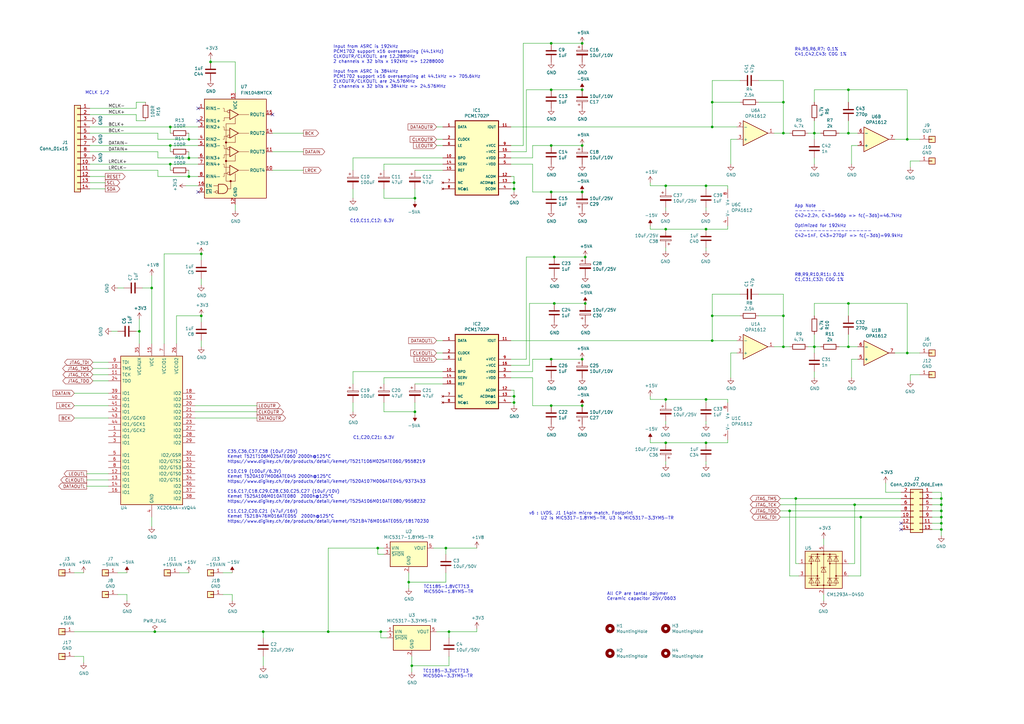
<source format=kicad_sch>
(kicad_sch (version 20250114) (generator "eeschema") (generator_version "9.0")
  (paper "A3")
  (title_block (title "DAC I2S NOS") (date "2025-09-21") (rev "V7"))
  (text "v6 : LVDS, J1 14pin micro match, Footprint\n     U2 is MIC5317-1.8YM5-TR, U3 is MIC5317-3.3YM5-TR" (at 216.916 213.36 0) (effects (font (size 1.27 1.27)) (justify left bottom)))
  (text "All CP are tantal polymer\nCeramic capacitor 25V/0603" (at 248.92 246.38 0) (effects (font (size 1.27 1.27)) (justify left bottom)))
  (text "C1,C20,C21: 6.3V" (at 144.78 180.34 0) (effects (font (size 1.27 1.27)) (justify left bottom)))
  (text "R8,R9,R10,R11: 0.1%\nC1,C31,C32: C0G 1%" (at 325.882 115.57 0) (effects (font (size 1.27 1.27)) (justify left bottom)))
  (text "C10,C11,C12: 6.3V" (at 143.51 91.44 0) (effects (font (size 1.27 1.27)) (justify left bottom)))
  (text "R4,R5,R6,R7: 0.1%\nC41,C42,C43: C0G 1%" (at 325.882 23.114 0) (effects (font (size 1.27 1.27)) (justify left bottom)))
  (text "TC1185-3.3VCT713\nMIC5504-3.3YM5-TR" (at 173.482 276.352 0) (effects (font (size 1.27 1.27)) (justify left)))
  (text "Input from ASRC is 192kHz\nPCM1702 support x16 oversampling (44.1kHz)\nCLKOUTR/CLKOUTL are 12.288MHz\n2 channels x 32 bits x 192kHz => 12288000\n\nInput from ASRC is 384kHz\nPCM1702 support x16 oversampling at 44.1kHz => 705.6kHz\nCLKOUTR/CLKOUTL are 24.576MHz\n2 channels x 32 bits x 384kHz => 24.576MHz" (at 136.652 36.322 0) (effects (font (size 1.27 1.27)) (justify left bottom)))
  (text "App Note\n--------\nC42=2.2n, C43=560p => fc(-3db)=46.7kHz\n\nOptimized for 192kHz\n--------------------\nC42=1nF, C43=270pF => fc(-3db)=99.9kHz" (at 325.882 90.678 0) (effects (font (size 1.27 1.27)) (justify left)))
  (text "MCLK 1/2" (at 39.878 38.1 0) (effects (font (size 1.27 1.27))))
  (text "C35,C36,C37,C38 (10uF/25V)\nKemet T521T106M025ATE060 2000h@125°C\nhttps://www.digikey.ch/de/products/detail/kemet/T521T106M025ATE060/9558219\n\nC10,C19 (100uF/6.3V)\nKemet T520A107M006ATE045 2000h@125°C\nhttps://www.digikey.ch/de/products/detail/kemet/T520A107M006ATE045/9373433\n\nC16,C17,C18,C29,C28,C30,C25,C27 (10uF/10V)\nKemet T525A106M010ATE080  2000h@125°C\nhttps://www.digikey.ch/de/products/detail/kemet/T525A106M010ATE080/9558232\n\nC11,C12,C20,C21 (47uF/16V)\nKemet T521B476M016ATE055  2000h@125°C\nhttps://www.digikey.ch/de/products/detail/kemet/T521B476M016ATE055/18170230\n" (at 93.218 199.644 0) (effects (font (size 1.27 1.27)) (justify left)))
  (text "TC1185-1.8VCT713\nMIC5504-1.8YM5-TR" (at 173.736 241.808 0) (effects (font (size 1.27 1.27)) (justify left)))
  (junction (at 372.11 57.15))
  (junction (at 289.56 76.2))
  (junction (at 386.08 209.55))
  (junction (at 372.11 144.78))
  (junction (at 226.06 59.69))
  (junction (at 69.85 59.69))
  (junction (at 273.05 181.61))
  (junction (at 273.05 76.2))
  (junction (at 154.94 224.79))
  (junction (at 386.08 217.17))
  (junction (at 210.82 74.93))
  (junction (at 107.95 259.08))
  (junction (at 347.98 36.83))
  (junction (at 227.33 124.46))
  (junction (at 226.06 36.83))
  (junction (at 238.76 36.83))
  (junction (at 334.01 54.61))
  (junction (at 321.31 142.24))
  (junction (at 210.82 165.1))
  (junction (at 69.85 67.31))
  (junction (at 240.03 124.46))
  (junction (at 77.47 57.15))
  (junction (at 210.82 162.56))
  (junction (at 226.06 147.32))
  (junction (at 69.85 52.07))
  (junction (at 184.15 259.08))
  (junction (at 347.98 124.46))
  (junction (at 238.76 166.37))
  (junction (at 170.18 168.91))
  (junction (at 292.1 129.54))
  (junction (at 240.03 105.41))
  (junction (at 386.08 212.09))
  (junction (at 321.31 54.61))
  (junction (at 386.08 207.01))
  (junction (at 334.01 142.24))
  (junction (at 238.76 78.74))
  (junction (at 168.91 273.05))
  (junction (at 82.55 104.14))
  (junction (at 238.76 17.78))
  (junction (at 326.39 204.47))
  (junction (at 134.62 259.08))
  (junction (at 238.76 59.69))
  (junction (at 82.55 129.54))
  (junction (at 273.05 93.98))
  (junction (at 226.06 166.37))
  (junction (at 156.21 259.08))
  (junction (at 170.18 81.28))
  (junction (at 386.08 204.47))
  (junction (at 386.08 214.63))
  (junction (at 77.47 64.77))
  (junction (at 57.15 135.89))
  (junction (at 62.23 118.11))
  (junction (at 227.33 105.41))
  (junction (at 292.1 139.7))
  (junction (at 350.52 207.01))
  (junction (at 273.05 163.83))
  (junction (at 167.64 238.76))
  (junction (at 238.76 147.32))
  (junction (at 353.06 212.09))
  (junction (at 226.06 78.74))
  (junction (at 321.31 129.54))
  (junction (at 86.36 25.4))
  (junction (at 292.1 41.91))
  (junction (at 182.88 224.79))
  (junction (at 289.56 93.98))
  (junction (at 63.5 259.08))
  (junction (at 77.47 72.39))
  (junction (at 210.82 77.47))
  (junction (at 292.1 52.07))
  (junction (at 321.31 41.91))
  (junction (at 289.56 181.61))
  (junction (at 289.56 163.83))
  (junction (at 323.85 209.55))
  (junction (at 347.98 142.24))
  (junction (at 226.06 17.78))
  (junction (at 347.98 54.61))
  (no_connect (at 369.57 217.17))
  (no_connect (at 81.28 78.74))
  (no_connect (at 81.28 44.45))
  (no_connect (at 111.76 46.99))
  (no_connect (at 81.28 49.53))
  (no_connect (at 369.57 214.63))
  (wire (pts (xy 30.48 161.29) (xy 44.45 161.29)))
  (wire (pts (xy 55.88 135.89) (xy 57.15 135.89)))
  (wire (pts (xy 334.01 144.78) (xy 334.01 142.24)))
  (wire (pts (xy 95.25 234.95) (xy 91.44 234.95)))
  (wire (pts (xy 157.48 69.85) (xy 157.48 67.31)))
  (wire (pts (xy 218.44 154.94) (xy 218.44 166.37)))
  (wire (pts (xy 382.27 214.63) (xy 386.08 214.63)))
  (wire (pts (xy 386.08 214.63) (xy 386.08 212.09)))
  (wire (pts (xy 363.22 201.93) (xy 363.22 198.12)))
  (wire (pts (xy 64.77 64.77) (xy 77.47 64.77)))
  (wire (pts (xy 184.15 261.62) (xy 184.15 259.08)))
  (wire (pts (xy 36.83 62.23) (xy 64.77 62.23)))
  (wire (pts (xy 34.29 234.95) (xy 30.48 234.95)))
  (wire (pts (xy 210.82 72.39) (xy 209.55 72.39)))
  (wire (pts (xy 34.29 271.78) (xy 34.29 269.24)))
  (wire (pts (xy 63.5 259.08) (xy 107.95 259.08)))
  (wire (pts (xy 214.63 17.78) (xy 214.63 59.69)))
  (wire (pts (xy 30.48 166.37) (xy 44.45 166.37)))
  (wire (pts (xy 170.18 168.91) (xy 170.18 165.1)))
  (wire (pts (xy 209.55 62.23) (xy 215.9 62.23)))
  (wire (pts (xy 210.82 160.02) (xy 209.55 160.02)))
  (wire (pts (xy 209.55 52.07) (xy 292.1 52.07)))
  (wire (pts (xy 111.76 62.23) (xy 124.46 62.23)))
  (wire (pts (xy 218.44 147.32) (xy 226.06 147.32)))
  (wire (pts (xy 336.55 54.61) (xy 334.01 54.61)))
  (wire (pts (xy 326.39 204.47) (xy 320.04 204.47)))
  (wire (pts (xy 210.82 77.47) (xy 210.82 74.93)))
  (wire (pts (xy 179.07 59.69) (xy 181.61 59.69)))
  (wire (pts (xy 157.48 67.31) (xy 181.61 67.31)))
  (wire (pts (xy 273.05 93.98) (xy 266.7 93.98)))
  (wire (pts (xy 334.01 57.15) (xy 334.01 54.61)))
  (wire (pts (xy 62.23 215.9) (xy 62.23 212.09)))
  (wire (pts (xy 62.23 113.03) (xy 62.23 118.11)))
  (wire (pts (xy 210.82 162.56) (xy 209.55 162.56)))
  (wire (pts (xy 214.63 17.78) (xy 226.06 17.78)))
  (wire (pts (xy 326.39 231.14) (xy 326.39 204.47)))
  (wire (pts (xy 167.64 241.3) (xy 167.64 238.76)))
  (wire (pts (xy 170.18 82.55) (xy 170.18 81.28)))
  (wire (pts (xy 209.55 149.86) (xy 217.17 149.86)))
  (wire (pts (xy 386.08 217.17) (xy 386.08 214.63)))
  (wire (pts (xy 218.44 59.69) (xy 226.06 59.69)))
  (wire (pts (xy 77.47 62.23) (xy 77.47 64.77)))
  (wire (pts (xy 210.82 165.1) (xy 210.82 162.56)))
  (wire (pts (xy 298.45 180.34) (xy 298.45 181.61)))
  (wire (pts (xy 386.08 201.93) (xy 382.27 201.93)))
  (wire (pts (xy 292.1 52.07) (xy 292.1 41.91)))
  (wire (pts (xy 273.05 76.2) (xy 266.7 76.2)))
  (wire (pts (xy 273.05 181.61) (xy 266.7 181.61)))
  (wire (pts (xy 386.08 209.55) (xy 386.08 207.01)))
  (wire (pts (xy 30.48 259.08) (xy 63.5 259.08)))
  (wire (pts (xy 44.45 156.21) (xy 38.1 156.21)))
  (wire (pts (xy 273.05 163.83) (xy 273.05 165.1)))
  (wire (pts (xy 336.55 142.24) (xy 334.01 142.24)))
  (wire (pts (xy 226.06 36.83) (xy 238.76 36.83)))
  (wire (pts (xy 298.45 92.71) (xy 298.45 93.98)))
  (wire (pts (xy 373.38 156.21) (xy 373.38 153.67)))
  (wire (pts (xy 321.31 41.91) (xy 321.31 33.02)))
  (wire (pts (xy 64.77 54.61) (xy 64.77 57.15)))
  (wire (pts (xy 299.72 67.31) (xy 299.72 57.15)))
  (wire (pts (xy 36.83 72.39) (xy 43.18 72.39)))
  (wire (pts (xy 382.27 207.01) (xy 386.08 207.01)))
  (wire (pts (xy 157.48 168.91) (xy 170.18 168.91)))
  (wire (pts (xy 289.56 86.36) (xy 289.56 85.09)))
  (wire (pts (xy 170.18 81.28) (xy 170.18 77.47)))
  (wire (pts (xy 62.23 118.11) (xy 62.23 140.97)))
  (wire (pts (xy 289.56 190.5) (xy 289.56 189.23)))
  (wire (pts (xy 214.63 59.69) (xy 209.55 59.69)))
  (wire (pts (xy 181.61 69.85) (xy 170.18 69.85)))
  (wire (pts (xy 347.98 137.16) (xy 347.98 142.24)))
  (wire (pts (xy 34.29 269.24) (xy 30.48 269.24)))
  (wire (pts (xy 77.47 54.61) (xy 77.47 57.15)))
  (wire (pts (xy 55.88 46.99) (xy 55.88 49.53)))
  (wire (pts (xy 372.11 36.83) (xy 372.11 57.15)))
  (wire (pts (xy 179.07 144.78) (xy 181.61 144.78)))
  (wire (pts (xy 302.26 139.7) (xy 292.1 139.7)))
  (wire (pts (xy 36.83 44.45) (xy 55.88 44.45)))
  (wire (pts (xy 320.04 212.09) (xy 353.06 212.09)))
  (wire (pts (xy 321.31 54.61) (xy 317.5 54.61)))
  (wire (pts (xy 35.56 196.85) (xy 44.45 196.85)))
  (wire (pts (xy 64.77 69.85) (xy 64.77 72.39)))
  (wire (pts (xy 69.85 59.69) (xy 69.85 62.23)))
  (wire (pts (xy 210.82 77.47) (xy 209.55 77.47)))
  (wire (pts (xy 64.77 57.15) (xy 77.47 57.15)))
  (wire (pts (xy 334.01 154.94) (xy 334.01 152.4)))
  (wire (pts (xy 181.61 152.4) (xy 144.78 152.4)))
  (wire (pts (xy 195.58 259.08) (xy 195.58 257.81)))
  (wire (pts (xy 77.47 57.15) (xy 81.28 57.15)))
  (wire (pts (xy 218.44 152.4) (xy 218.44 147.32)))
  (wire (pts (xy 179.07 259.08) (xy 184.15 259.08)))
  (wire (pts (xy 82.55 116.84) (xy 82.55 114.3)))
  (wire (pts (xy 77.47 234.95) (xy 73.66 234.95)))
  (wire (pts (xy 157.48 77.47) (xy 157.48 81.28)))
  (wire (pts (xy 209.55 64.77) (xy 218.44 64.77)))
  (wire (pts (xy 80.01 171.45) (xy 105.41 171.45)))
  (wire (pts (xy 321.31 41.91) (xy 321.31 54.61)))
  (wire (pts (xy 36.83 52.07) (xy 69.85 52.07)))
  (wire (pts (xy 156.21 261.62) (xy 156.21 259.08)))
  (wire (pts (xy 210.82 165.1) (xy 209.55 165.1)))
  (wire (pts (xy 353.06 212.09) (xy 369.57 212.09)))
  (wire (pts (xy 382.27 209.55) (xy 386.08 209.55)))
  (wire (pts (xy 58.42 118.11) (xy 62.23 118.11)))
  (wire (pts (xy 303.53 33.02) (xy 292.1 33.02)))
  (wire (pts (xy 168.91 273.05) (xy 168.91 269.24)))
  (wire (pts (xy 57.15 135.89) (xy 57.15 140.97)))
  (wire (pts (xy 77.47 69.85) (xy 77.47 72.39)))
  (wire (pts (xy 273.05 190.5) (xy 273.05 189.23)))
  (wire (pts (xy 167.64 238.76) (xy 182.88 238.76)))
  (wire (pts (xy 347.98 236.22) (xy 353.06 236.22)))
  (wire (pts (xy 36.83 54.61) (xy 64.77 54.61)))
  (wire (pts (xy 226.06 147.32) (xy 238.76 147.32)))
  (wire (pts (xy 303.53 120.65) (xy 292.1 120.65)))
  (wire (pts (xy 298.45 163.83) (xy 289.56 163.83)))
  (wire (pts (xy 347.98 41.91) (xy 347.98 36.83)))
  (wire (pts (xy 321.31 142.24) (xy 317.5 142.24)))
  (wire (pts (xy 334.01 41.91) (xy 334.01 36.83)))
  (wire (pts (xy 44.45 199.39) (xy 35.56 199.39)))
  (wire (pts (xy 347.98 36.83) (xy 372.11 36.83)))
  (wire (pts (xy 289.56 163.83) (xy 289.56 165.1)))
  (wire (pts (xy 64.77 62.23) (xy 64.77 64.77)))
  (wire (pts (xy 96.52 25.4) (xy 86.36 25.4)))
  (wire (pts (xy 334.01 54.61) (xy 331.47 54.61)))
  (wire (pts (xy 298.45 93.98) (xy 289.56 93.98)))
  (wire (pts (xy 350.52 231.14) (xy 350.52 207.01)))
  (wire (pts (xy 105.41 168.91) (xy 80.01 168.91)))
  (wire (pts (xy 86.36 24.13) (xy 86.36 25.4)))
  (wire (pts (xy 55.88 41.91) (xy 59.69 41.91)))
  (wire (pts (xy 77.47 64.77) (xy 81.28 64.77)))
  (wire (pts (xy 215.9 105.41) (xy 227.33 105.41)))
  (wire (pts (xy 69.85 52.07) (xy 81.28 52.07)))
  (wire (pts (xy 82.55 132.08) (xy 82.55 129.54)))
  (wire (pts (xy 35.56 194.31) (xy 44.45 194.31)))
  (wire (pts (xy 266.7 163.83) (xy 266.7 162.56)))
  (wire (pts (xy 154.94 224.79) (xy 157.48 224.79)))
  (wire (pts (xy 55.88 44.45) (xy 55.88 41.91)))
  (wire (pts (xy 227.33 105.41) (xy 240.03 105.41)))
  (wire (pts (xy 44.45 148.59) (xy 38.1 148.59)))
  (wire (pts (xy 36.83 74.93) (xy 43.18 74.93)))
  (wire (pts (xy 167.64 238.76) (xy 167.64 234.95)))
  (wire (pts (xy 299.72 57.15) (xy 302.26 57.15)))
  (wire (pts (xy 168.91 275.59) (xy 168.91 273.05)))
  (wire (pts (xy 96.52 83.82) (xy 96.52 86.36)))
  (wire (pts (xy 134.62 259.08) (xy 156.21 259.08)))
  (wire (pts (xy 347.98 54.61) (xy 344.17 54.61)))
  (wire (pts (xy 69.85 52.07) (xy 69.85 54.61)))
  (wire (pts (xy 69.85 67.31) (xy 81.28 67.31)))
  (wire (pts (xy 158.75 261.62) (xy 156.21 261.62)))
  (wire (pts (xy 311.15 41.91) (xy 321.31 41.91)))
  (wire (pts (xy 218.44 78.74) (xy 226.06 78.74)))
  (wire (pts (xy 144.78 168.91) (xy 144.78 165.1)))
  (wire (pts (xy 134.62 224.79) (xy 154.94 224.79)))
  (wire (pts (xy 323.85 236.22) (xy 323.85 209.55)))
  (wire (pts (xy 157.48 154.94) (xy 181.61 154.94)))
  (wire (pts (xy 209.55 147.32) (xy 215.9 147.32)))
  (wire (pts (xy 157.48 157.48) (xy 157.48 154.94)))
  (wire (pts (xy 64.77 72.39) (xy 77.47 72.39)))
  (wire (pts (xy 323.85 54.61) (xy 321.31 54.61)))
  (wire (pts (xy 44.45 153.67) (xy 38.1 153.67)))
  (wire (pts (xy 96.52 38.1) (xy 96.52 25.4)))
  (wire (pts (xy 144.78 64.77) (xy 144.78 69.85)))
  (wire (pts (xy 372.11 57.15) (xy 367.03 57.15)))
  (wire (pts (xy 226.06 166.37) (xy 238.76 166.37)))
  (wire (pts (xy 107.95 261.62) (xy 107.95 259.08)))
  (wire (pts (xy 80.01 166.37) (xy 105.41 166.37)))
  (wire (pts (xy 349.25 154.94) (xy 349.25 147.32)))
  (wire (pts (xy 292.1 33.02) (xy 292.1 41.91)))
  (wire (pts (xy 321.31 129.54) (xy 321.31 142.24)))
  (wire (pts (xy 179.07 52.07) (xy 181.61 52.07)))
  (wire (pts (xy 292.1 139.7) (xy 292.1 129.54)))
  (wire (pts (xy 292.1 129.54) (xy 303.53 129.54)))
  (wire (pts (xy 298.45 77.47) (xy 298.45 76.2)))
  (wire (pts (xy 36.83 59.69) (xy 69.85 59.69)))
  (wire (pts (xy 320.04 209.55) (xy 323.85 209.55)))
  (wire (pts (xy 218.44 166.37) (xy 226.06 166.37)))
  (wire (pts (xy 157.48 227.33) (xy 154.94 227.33)))
  (wire (pts (xy 327.66 236.22) (xy 323.85 236.22)))
  (wire (pts (xy 210.82 166.37) (xy 210.82 165.1)))
  (wire (pts (xy 386.08 204.47) (xy 386.08 201.93)))
  (wire (pts (xy 334.01 54.61) (xy 334.01 49.53)))
  (wire (pts (xy 95.25 243.84) (xy 91.44 243.84)))
  (wire (pts (xy 266.7 76.2) (xy 266.7 74.93)))
  (wire (pts (xy 323.85 209.55) (xy 369.57 209.55)))
  (wire (pts (xy 156.21 259.08) (xy 158.75 259.08)))
  (wire (pts (xy 347.98 142.24) (xy 344.17 142.24)))
  (wire (pts (xy 179.07 139.7) (xy 181.61 139.7)))
  (wire (pts (xy 48.26 135.89) (xy 45.72 135.89)))
  (wire (pts (xy 107.95 259.08) (xy 134.62 259.08)))
  (wire (pts (xy 82.55 129.54) (xy 72.39 129.54)))
  (wire (pts (xy 55.88 49.53) (xy 59.69 49.53)))
  (wire (pts (xy 226.06 78.74) (xy 238.76 78.74)))
  (wire (pts (xy 321.31 129.54) (xy 321.31 120.65)))
  (wire (pts (xy 184.15 273.05) (xy 184.15 269.24)))
  (wire (pts (xy 67.31 104.14) (xy 67.31 140.97)))
  (wire (pts (xy 179.07 57.15) (xy 181.61 57.15)))
  (wire (pts (xy 289.56 76.2) (xy 289.56 77.47)))
  (wire (pts (xy 289.56 163.83) (xy 273.05 163.83)))
  (wire (pts (xy 347.98 124.46) (xy 372.11 124.46)))
  (wire (pts (xy 334.01 36.83) (xy 347.98 36.83)))
  (wire (pts (xy 289.56 173.99) (xy 289.56 172.72)))
  (wire (pts (xy 334.01 124.46) (xy 347.98 124.46)))
  (wire (pts (xy 218.44 78.74) (xy 218.44 67.31)))
  (wire (pts (xy 386.08 219.71) (xy 386.08 217.17)))
  (wire (pts (xy 226.06 17.78) (xy 238.76 17.78)))
  (wire (pts (xy 289.56 181.61) (xy 273.05 181.61)))
  (wire (pts (xy 218.44 67.31) (xy 209.55 67.31)))
  (wire (pts (xy 334.01 67.31) (xy 334.01 64.77)))
  (wire (pts (xy 144.78 152.4) (xy 144.78 157.48)))
  (wire (pts (xy 52.07 243.84) (xy 48.26 243.84)))
  (wire (pts (xy 170.18 170.18) (xy 170.18 168.91)))
  (wire (pts (xy 134.62 224.79) (xy 134.62 259.08)))
  (wire (pts (xy 52.07 246.38) (xy 52.07 243.84)))
  (wire (pts (xy 327.66 231.14) (xy 326.39 231.14)))
  (wire (pts (xy 299.72 144.78) (xy 302.26 144.78)))
  (wire (pts (xy 349.25 67.31) (xy 349.25 59.69)))
  (wire (pts (xy 36.83 67.31) (xy 69.85 67.31)))
  (wire (pts (xy 321.31 120.65) (xy 311.15 120.65)))
  (wire (pts (xy 182.88 224.79) (xy 195.58 224.79)))
  (wire (pts (xy 334.01 142.24) (xy 334.01 137.16)))
  (wire (pts (xy 321.31 33.02) (xy 311.15 33.02)))
  (wire (pts (xy 289.56 93.98) (xy 273.05 93.98)))
  (wire (pts (xy 52.07 234.95) (xy 48.26 234.95)))
  (wire (pts (xy 298.45 181.61) (xy 289.56 181.61)))
  (wire (pts (xy 273.05 86.36) (xy 273.05 85.09)))
  (wire (pts (xy 154.94 227.33) (xy 154.94 224.79)))
  (wire (pts (xy 349.25 147.32) (xy 351.79 147.32)))
  (wire (pts (xy 227.33 124.46) (xy 240.03 124.46)))
  (wire (pts (xy 298.45 76.2) (xy 289.56 76.2)))
  (wire (pts (xy 217.17 149.86) (xy 217.17 124.46)))
  (wire (pts (xy 350.52 207.01) (xy 369.57 207.01)))
  (wire (pts (xy 382.27 212.09) (xy 386.08 212.09)))
  (wire (pts (xy 372.11 144.78) (xy 367.03 144.78)))
  (wire (pts (xy 372.11 124.46) (xy 372.11 144.78)))
  (wire (pts (xy 144.78 81.28) (xy 144.78 77.47)))
  (wire (pts (xy 82.55 142.24) (xy 82.55 139.7)))
  (wire (pts (xy 179.07 147.32) (xy 181.61 147.32)))
  (wire (pts (xy 184.15 259.08) (xy 195.58 259.08)))
  (wire (pts (xy 334.01 142.24) (xy 331.47 142.24)))
  (wire (pts (xy 209.55 152.4) (xy 218.44 152.4)))
  (wire (pts (xy 210.82 162.56) (xy 210.82 160.02)))
  (wire (pts (xy 182.88 238.76) (xy 182.88 234.95)))
  (wire (pts (xy 111.76 54.61) (xy 124.46 54.61)))
  (wire (pts (xy 82.55 104.14) (xy 67.31 104.14)))
  (wire (pts (xy 351.79 54.61) (xy 347.98 54.61)))
  (wire (pts (xy 76.2 76.2) (xy 81.28 76.2)))
  (wire (pts (xy 273.05 102.87) (xy 273.05 101.6)))
  (wire (pts (xy 36.83 77.47) (xy 43.18 77.47)))
  (wire (pts (xy 157.48 165.1) (xy 157.48 168.91)))
  (wire (pts (xy 320.04 207.01) (xy 350.52 207.01)))
  (wire (pts (xy 347.98 129.54) (xy 347.98 124.46)))
  (wire (pts (xy 302.26 52.07) (xy 292.1 52.07)))
  (wire (pts (xy 210.82 78.74) (xy 210.82 77.47)))
  (wire (pts (xy 107.95 273.05) (xy 107.95 269.24)))
  (wire (pts (xy 77.47 72.39) (xy 81.28 72.39)))
  (wire (pts (xy 215.9 62.23) (xy 215.9 36.83)))
  (wire (pts (xy 289.56 76.2) (xy 273.05 76.2)))
  (wire (pts (xy 111.76 69.85) (xy 124.46 69.85)))
  (wire (pts (xy 373.38 68.58) (xy 373.38 66.04)))
  (wire (pts (xy 168.91 273.05) (xy 184.15 273.05)))
  (wire (pts (xy 337.82 246.38) (xy 337.82 243.84)))
  (wire (pts (xy 369.57 201.93) (xy 363.22 201.93)))
  (wire (pts (xy 382.27 204.47) (xy 386.08 204.47)))
  (wire (pts (xy 218.44 64.77) (xy 218.44 59.69)))
  (wire (pts (xy 69.85 59.69) (xy 81.28 59.69)))
  (wire (pts (xy 273.05 173.99) (xy 273.05 172.72)))
  (wire (pts (xy 369.57 204.47) (xy 326.39 204.47)))
  (wire (pts (xy 377.19 144.78) (xy 372.11 144.78)))
  (wire (pts (xy 292.1 41.91) (xy 303.53 41.91)))
  (wire (pts (xy 289.56 102.87) (xy 289.56 101.6)))
  (wire (pts (xy 311.15 129.54) (xy 321.31 129.54)))
  (wire (pts (xy 273.05 76.2) (xy 273.05 77.47)))
  (wire (pts (xy 347.98 49.53) (xy 347.98 54.61)))
  (wire (pts (xy 181.61 64.77) (xy 144.78 64.77)))
  (wire (pts (xy 266.7 93.98) (xy 266.7 92.71)))
  (wire (pts (xy 373.38 153.67) (xy 377.19 153.67)))
  (wire (pts (xy 157.48 81.28) (xy 170.18 81.28)))
  (wire (pts (xy 382.27 217.17) (xy 386.08 217.17)))
  (wire (pts (xy 217.17 124.46) (xy 227.33 124.46)))
  (wire (pts (xy 226.06 59.69) (xy 238.76 59.69)))
  (wire (pts (xy 292.1 120.65) (xy 292.1 129.54)))
  (wire (pts (xy 353.06 236.22) (xy 353.06 212.09)))
  (wire (pts (xy 377.19 57.15) (xy 372.11 57.15)))
  (wire (pts (xy 95.25 246.38) (xy 95.25 243.84)))
  (wire (pts (xy 209.55 154.94) (xy 218.44 154.94)))
  (wire (pts (xy 347.98 231.14) (xy 350.52 231.14)))
  (wire (pts (xy 386.08 212.09) (xy 386.08 209.55)))
  (wire (pts (xy 351.79 142.24) (xy 347.98 142.24)))
  (wire (pts (xy 57.15 130.81) (xy 57.15 135.89)))
  (wire (pts (xy 386.08 207.01) (xy 386.08 204.47)))
  (wire (pts (xy 44.45 151.13) (xy 38.1 151.13)))
  (wire (pts (xy 273.05 163.83) (xy 266.7 163.83)))
  (wire (pts (xy 182.88 227.33) (xy 182.88 224.79)))
  (wire (pts (xy 50.8 118.11) (xy 48.26 118.11)))
  (wire (pts (xy 334.01 129.54) (xy 334.01 124.46)))
  (wire (pts (xy 215.9 147.32) (xy 215.9 105.41)))
  (wire (pts (xy 299.72 154.94) (xy 299.72 144.78)))
  (wire (pts (xy 177.8 224.79) (xy 182.88 224.79)))
  (wire (pts (xy 337.82 223.52) (xy 337.82 220.98)))
  (wire (pts (xy 36.83 46.99) (xy 55.88 46.99)))
  (wire (pts (xy 373.38 66.04) (xy 377.19 66.04)))
  (wire (pts (xy 266.7 181.61) (xy 266.7 180.34)))
  (wire (pts (xy 82.55 106.68) (xy 82.55 104.14)))
  (wire (pts (xy 210.82 74.93) (xy 209.55 74.93)))
  (wire (pts (xy 36.83 69.85) (xy 64.77 69.85)))
  (wire (pts (xy 69.85 67.31) (xy 69.85 69.85)))
  (wire (pts (xy 210.82 74.93) (xy 210.82 72.39)))
  (wire (pts (xy 72.39 129.54) (xy 72.39 140.97)))
  (wire (pts (xy 298.45 165.1) (xy 298.45 163.83)))
  (wire (pts (xy 323.85 142.24) (xy 321.31 142.24)))
  (wire (pts (xy 349.25 59.69) (xy 351.79 59.69)))
  (wire (pts (xy 30.48 171.45) (xy 44.45 171.45)))
  (wire (pts (xy 215.9 36.83) (xy 226.06 36.83)))
  (wire (pts (xy 181.61 157.48) (xy 170.18 157.48)))
  (wire (pts (xy 209.55 139.7) (xy 292.1 139.7)))
  (label "MCLK-" (at 44.45 44.45 0))
  (label "DATAIN-" (at 44.45 59.69 0))
  (label "BCLK-" (at 44.45 54.61 0))
  (label "MCLK+" (at 44.45 46.99 0))
  (label "LRCLK-" (at 44.45 69.85 0))
  (label "DATAIN+" (at 44.45 62.23 0))
  (label "BCLK+" (at 44.45 52.07 0))
  (label "LRCLK+" (at 44.45 67.31 0))
  (global_label "LEOUTR" (shape input) (at 179.07 59.69 180) (property "Intersheetrefs" "${INTERSHEET_REFS}" (effects (hide yes))))
  (global_label "DATAOUTL" (shape output) (at 35.56 199.39 180) (property "Intersheetrefs" "${INTERSHEET_REFS}" (effects (hide yes))))
  (global_label "BCK" (shape output) (at 124.46 54.61 0) (property "Intersheetrefs" "${INTERSHEET_REFS}" (effects (hide yes))))
  (global_label "CLKOUTR" (shape output) (at 105.41 168.91 0) (property "Intersheetrefs" "${INTERSHEET_REFS}" (effects (hide yes))))
  (global_label "DATAIN" (shape output) (at 124.46 62.23 0) (property "Intersheetrefs" "${INTERSHEET_REFS}" (effects (hide yes))))
  (global_label "LEOUTR" (shape output) (at 105.41 166.37 0) (property "Intersheetrefs" "${INTERSHEET_REFS}" (effects (hide yes))))
  (global_label "CLKOUTL" (shape input) (at 179.07 144.78 180) (property "Intersheetrefs" "${INTERSHEET_REFS}" (effects (hide yes))))
  (global_label "CLKOUTL" (shape output) (at 35.56 196.85 180) (property "Intersheetrefs" "${INTERSHEET_REFS}" (effects (hide yes))))
  (global_label "JTAG_TDI" (shape bidirectional) (at 320.04 212.09 180) (property "Intersheetrefs" "${INTERSHEET_REFS}" (effects (hide yes))))
  (global_label "DATAOUTR" (shape input) (at 179.07 52.07 180) (property "Intersheetrefs" "${INTERSHEET_REFS}" (effects (hide yes))))
  (global_label "SDA" (shape output) (at 43.18 77.47 0) (property "Intersheetrefs" "${INTERSHEET_REFS}" (effects (hide yes))))
  (global_label "LEOUTL" (shape input) (at 179.07 147.32 180) (property "Intersheetrefs" "${INTERSHEET_REFS}" (effects (hide yes))))
  (global_label "LRCK" (shape output) (at 124.46 69.85 0) (property "Intersheetrefs" "${INTERSHEET_REFS}" (effects (hide yes))))
  (global_label "JTAG_TMS" (shape bidirectional) (at 320.04 204.47 180) (property "Intersheetrefs" "${INTERSHEET_REFS}" (effects (hide yes))))
  (global_label "RESET" (shape output) (at 43.18 72.39 0) (property "Intersheetrefs" "${INTERSHEET_REFS}" (effects (hide yes))))
  (global_label "DATAOUTR" (shape output) (at 105.41 171.45 0) (property "Intersheetrefs" "${INTERSHEET_REFS}" (effects (hide yes))))
  (global_label "CLKOUTR" (shape input) (at 179.07 57.15 180) (property "Intersheetrefs" "${INTERSHEET_REFS}" (effects (hide yes))))
  (global_label "JTAG_TDI" (shape bidirectional) (at 38.1 148.59 180) (property "Intersheetrefs" "${INTERSHEET_REFS}" (effects (hide yes))))
  (global_label "LRCK" (shape input) (at 30.48 166.37 180) (property "Intersheetrefs" "${INTERSHEET_REFS}" (effects (hide yes))))
  (global_label "DATAIN" (shape input) (at 30.48 161.29 180) (property "Intersheetrefs" "${INTERSHEET_REFS}" (effects (hide yes))))
  (global_label "JTAG_TDO" (shape bidirectional) (at 38.1 156.21 180) (property "Intersheetrefs" "${INTERSHEET_REFS}" (effects (hide yes))))
  (global_label "JTAG_TMS" (shape bidirectional) (at 38.1 151.13 180) (property "Intersheetrefs" "${INTERSHEET_REFS}" (effects (hide yes))))
  (global_label "DATAOUTL" (shape input) (at 179.07 139.7 180) (property "Intersheetrefs" "${INTERSHEET_REFS}" (effects (hide yes))))
  (global_label "LEOUTL" (shape output) (at 35.56 194.31 180) (property "Intersheetrefs" "${INTERSHEET_REFS}" (effects (hide yes))))
  (global_label "BCK" (shape input) (at 30.48 171.45 180) (property "Intersheetrefs" "${INTERSHEET_REFS}" (effects (hide yes))))
  (global_label "JTAG_TCK" (shape bidirectional) (at 320.04 207.01 180) (property "Intersheetrefs" "${INTERSHEET_REFS}" (effects (hide yes))))
  (global_label "SCL" (shape output) (at 43.18 74.93 0) (property "Intersheetrefs" "${INTERSHEET_REFS}" (effects (hide yes))))
  (global_label "JTAG_TDO" (shape bidirectional) (at 320.04 209.55 180) (property "Intersheetrefs" "${INTERSHEET_REFS}" (effects (hide yes))))
  (global_label "JTAG_TCK" (shape bidirectional) (at 38.1 153.67 180) (property "Intersheetrefs" "${INTERSHEET_REFS}" (effects (hide yes))))
  (symbol (lib_id "Mechanical:MountingHole") (at 250.19 257.81 0) (unit 1)
    (property "Reference" "H1" (at 252.73 256.6416 0) (effects (justify left)))
    (property "Value" "MountingHole" (at 252.73 258.953 0) (effects (justify left)))
    (property "Footprint" "MountingHole:MountingHole_3.2mm_M3" (effects (hide yes)))
  )
  (symbol (lib_id "Mechanical:MountingHole") (at 273.05 257.81 0) (unit 1)
    (property "Reference" "H3" (at 275.59 256.6416 0) (effects (justify left)))
    (property "Value" "MountingHole" (at 275.59 258.953 0) (effects (justify left)))
    (property "Footprint" "MountingHole:MountingHole_3.2mm_M3" (effects (hide yes)))
  )
  (symbol (lib_id "Mechanical:MountingHole") (at 250.19 267.97 0) (unit 1)
    (property "Reference" "H2" (at 252.73 266.8016 0) (effects (justify left)))
    (property "Value" "MountingHole" (at 252.73 269.113 0) (effects (justify left)))
    (property "Footprint" "MountingHole:MountingHole_3.2mm_M3" (effects (hide yes)))
  )
  (symbol (lib_id "Mechanical:MountingHole") (at 273.05 267.97 0) (unit 1)
    (property "Reference" "H4" (at 275.59 266.8016 0) (effects (justify left)))
    (property "Value" "MountingHole" (at 275.59 269.113 0) (effects (justify left)))
    (property "Footprint" "MountingHole:MountingHole_3.2mm_M3" (effects (hide yes)))
  )
  (symbol (lib_id "power:PWR_FLAG") (at 63.5 259.08 0) (unit 1)
    (property "Reference" "#FLG0102" (effects (hide yes)))
    (property "Value" "PWR_FLAG" (at 63.5 254.6858 0))
  )
  (symbol (lib_id "kicad-snk:XC2C64A-xVQ44") (at 62.23 176.53 0) (unit 1)
    (property "Reference" "U4" (at 50.8 208.28 0))
    (property "Value" "XC2C64A-xVQ44" (at 72.39 208.28 0))
    (property "Footprint" "Package_QFP:TQFP-44_10x10mm_P0.8mm" (effects (hide yes)))
    (property "Datasheet" "https://www.xilinx.com/support/documentation/data_sheets/ds311.pdf" (effects (hide yes)))
  )
  (symbol (lib_id "Regulator_Linear:TC1017-xCT") (at 167.64 227.33 0) (unit 1)
    (property "Reference" "U2" (at 167.64 218.0082 0))
    (property "Value" "MIC5317-1.8YM5-TR" (at 167.64 220.3196 0))
    (property "Footprint" "Package_TO_SOT_SMD:SOT-23-5" (effects (hide yes)))
    (property "Datasheet" "http://ww1.microchip.com/downloads/en/DeviceDoc/21813F.pdf" (effects (hide yes)))
  )
  (symbol (lib_id "Regulator_Linear:TC1017-xCT") (at 168.91 261.62 0) (unit 1)
    (property "Reference" "U3" (at 168.91 252.2982 0))
    (property "Value" "MIC5317-3.3YM5-TR" (at 168.91 254.6096 0))
    (property "Footprint" "Package_TO_SOT_SMD:SOT-23-5" (effects (hide yes)))
    (property "Datasheet" "http://ww1.microchip.com/downloads/en/DeviceDoc/21813F.pdf" (effects (hide yes)))
  )
  (symbol (lib_id "Device:C") (at 82.55 110.49 180) (unit 1)
    (property "Reference" "C5" (at 79.629 111.6584 0) (effects (justify left)))
    (property "Value" "1uF" (at 79.629 109.347 0) (effects (justify left)))
    (property "Footprint" "Capacitor_SMD:C_0603_1608Metric_Pad1.08x0.95mm_HandSolder" (effects (hide yes)))
  )
  (symbol (lib_id "Power_Protection:USBLC6-4SC6") (at 337.82 233.68 0) (unit 1)
    (property "Reference" "U5" (at 331.47 224.79 0))
    (property "Value" "CM1293A−04SO" (at 346.71 243.84 0))
    (property "Footprint" "Package_TO_SOT_SMD:SC-74-6_1.55x2.9mm_P0.95mm" (effects (hide yes)))
    (property "Datasheet" "https://www.st.com/resource/en/datasheet/usblc6-4.pdf" (effects (hide yes)))
  )
  (symbol (lib_id "power:GND") (at 337.82 246.38 0) (mirror y) (unit 1)
    (property "Reference" "#PWR0107" (effects (hide yes)))
    (property "Value" "GND" (at 337.693 250.7742 0))
  )
  (symbol (lib_id "power:+3.3V") (at 337.82 220.98 0) (unit 1)
    (property "Reference" "#PWR0108" (effects (hide yes)))
    (property "Value" "+3V3" (at 338.201 216.5858 0))
  )
  (symbol (lib_id "Connector_Generic:Conn_02x07_Odd_Even") (at 377.19 209.55 0) (mirror y) (unit 1)
    (property "Reference" "J2" (at 375.92 196.4182 0))
    (property "Value" "Conn_02x07_Odd_Even" (at 375.92 198.7296 0))
    (property "Footprint" "Connector_PinHeader_2.00mm:PinHeader_2x07_P2.00mm_Vertical" (effects (hide yes)))
  )
  (symbol (lib_id "power:GND") (at 386.08 219.71 0) (mirror y) (unit 1)
    (property "Reference" "#PWR0109" (effects (hide yes)))
    (property "Value" "GND" (at 385.953 224.1042 0))
  )
  (symbol (lib_id "power:+3.3V") (at 363.22 198.12 0) (unit 1)
    (property "Reference" "#PWR0110" (effects (hide yes)))
    (property "Value" "+3V3" (at 363.601 193.7258 0))
  )
  (symbol (lib_id "kicad-snk:PCM1702P") (at 194.31 64.77 0) (unit 1)
    (property "Reference" "IC1" (at 195.58 45.212 0))
    (property "Value" "PCM1702P" (at 195.58 47.5234 0))
    (property "Footprint" "Package_DIP:DIP-16_W7.62mm" (effects (hide yes)))
    (property "OC_FARNELL" "1509912" (effects (hide yes)))
    (property "MPN" "PCM1702P-J" (effects (hide yes)))
    (property "MF" "TEXAS INSTRUMENT CONNECTORS" (effects (hide yes)))
    (property "OC_NEWARK" "75C5298" (effects (hide yes)))
  )
  (symbol (lib_id "dac-i2s-nos-rescue:CP-Device") (at 170.18 73.66 0) (unit 1)
    (property "Reference" "C12" (at 173.1772 72.4916 0) (effects (justify left)))
    (property "Value" "47uF" (at 173.1772 74.803 0) (effects (justify left)))
    (property "Footprint" "Capacitor_Tantalum_SMD:CP_EIA-3528-21_Kemet-B_HandSolder" (effects (hide yes)))
    (property "Datasheet" "https://www.digikey.ch/de/products/detail/kemet/T521B476M016ATE055/18170230" (effects (hide yes)))
  )
  (symbol (lib_id "dac-i2s-nos-rescue:CP-Device") (at 157.48 73.66 0) (unit 1)
    (property "Reference" "C11" (at 160.4772 72.4916 0) (effects (justify left)))
    (property "Value" "47uF" (at 160.4772 74.803 0) (effects (justify left)))
    (property "Footprint" "Capacitor_Tantalum_SMD:CP_EIA-3528-21_Kemet-B_HandSolder" (effects (hide yes)))
    (property "Datasheet" "https://www.digikey.ch/de/products/detail/kemet/T521B476M016ATE055/18170230" (effects (hide yes)))
  )
  (symbol (lib_id "dac-i2s-nos-rescue:CP-Device") (at 144.78 73.66 0) (unit 1)
    (property "Reference" "C10" (at 147.7772 72.4916 0) (effects (justify left)))
    (property "Value" "100uF" (at 147.7772 74.803 0) (effects (justify left)))
    (property "Footprint" "Capacitor_Tantalum_SMD:CP_EIA-3216-18_Kemet-A_HandSolder" (effects (hide yes)))
    (property "Datasheet" "https://www.digikey.ch/de/products/detail/kemet/T520A107M006ATE045/9373433" (effects (hide yes)))
  )
  (symbol (lib_id "power:GND") (at 210.82 78.74 0) (unit 1)
    (property "Reference" "#PWR0125" (effects (hide yes)))
    (property "Value" "GND" (at 210.947 83.1342 0))
  )
  (symbol (lib_id "power:GND") (at 168.91 275.59 0) (unit 1)
    (property "Reference" "#PWR0102" (effects (hide yes)))
    (property "Value" "GND" (at 169.037 279.9842 0))
  )
  (symbol (lib_id "power:GND") (at 167.64 241.3 0) (unit 1)
    (property "Reference" "#PWR0103" (effects (hide yes)))
    (property "Value" "GND" (at 167.767 245.6942 0))
  )
  (symbol (lib_id "power:-5VA") (at 170.18 82.55 180) (unit 1)
    (property "Reference" "#PWR0132" (effects (hide yes)))
    (property "Value" "-5VA" (at 169.799 86.9442 0))
  )
  (symbol (lib_id "dac-i2s-nos-rescue:CP-Device") (at 273.05 168.91 0) (unit 1)
    (property "Reference" "C35" (at 276.0472 167.7416 0) (effects (justify left)))
    (property "Value" "10uF/25V" (at 276.0472 170.053 0) (effects (justify left)))
    (property "Footprint" "Capacitor_Tantalum_SMD:CP_EIA-3528-12_Kemet-T_HandSolder" (effects (hide yes)))
    (property "Datasheet" "https://www.digikey.ch/de/products/detail/kemet/T521T106M025ATE060/9558219" (effects (hide yes)))
  )
  (symbol (lib_id "dac-i2s-nos-rescue:CP-Device") (at 273.05 185.42 180) (unit 1)
    (property "Reference" "C36" (at 270.0528 186.5884 0) (effects (justify left)))
    (property "Value" "10uF/25V" (at 270.0528 184.277 0) (effects (justify left)))
    (property "Footprint" "Capacitor_Tantalum_SMD:CP_EIA-3528-12_Kemet-T_HandSolder" (effects (hide yes)))
    (property "Datasheet" "https://www.digikey.ch/de/products/detail/kemet/T521T106M025ATE060/9558219" (effects (hide yes)))
  )
  (symbol (lib_id "Device:C") (at 289.56 168.91 0) (unit 1)
    (property "Reference" "C33" (at 292.481 167.7416 0) (effects (justify left)))
    (property "Value" "1uF" (at 292.481 170.053 0) (effects (justify left)))
    (property "Footprint" "Capacitor_SMD:C_0603_1608Metric_Pad1.08x0.95mm_HandSolder" (effects (hide yes)))
  )
  (symbol (lib_id "Device:C") (at 289.56 185.42 180) (unit 1)
    (property "Reference" "C34" (at 286.639 186.5884 0) (effects (justify left)))
    (property "Value" "1uF" (at 286.639 184.277 0) (effects (justify left)))
    (property "Footprint" "Capacitor_SMD:C_0603_1608Metric_Pad1.08x0.95mm_HandSolder" (effects (hide yes)))
  )
  (symbol (lib_id "Amplifier_Operational:OPA1678") (at 309.88 142.24 0) (mirror x) (unit 1)
    (property "Reference" "U1" (at 309.88 132.9182 0))
    (property "Value" "OPA1612" (at 309.88 135.2296 0))
    (property "Footprint" "Package_SO:SOIC-8_3.9x4.9mm_P1.27mm" (effects (hide yes)))
    (property "Datasheet" "https://www.digikey.ch/product-detail/de/texas-instruments/OPA1612AIDR/296-39098-1-ND/5143116" (effects (hide yes)))
  )
  (symbol (lib_id "Amplifier_Operational:OPA1678") (at 300.99 172.72 0) (unit 3)
    (property "Reference" "U1" (at 299.9232 171.5516 0) (effects (justify left)))
    (property "Value" "OPA1612" (at 299.9232 173.863 0) (effects (justify left)))
    (property "Datasheet" "http://www.ti.com/lit/ds/symlink/opa1678.pdf" (effects (hide yes)))
  )
  (symbol (lib_id "power:+1V8") (at 195.58 224.79 0) (unit 1)
    (property "Reference" "#PWR0104" (effects (hide yes)))
    (property "Value" "+1V8" (at 195.961 220.3958 0))
  )
  (symbol (lib_id "power:+3.3V") (at 195.58 257.81 0) (unit 1)
    (property "Reference" "#PWR0105" (effects (hide yes)))
    (property "Value" "+3V3" (at 195.961 253.4158 0))
  )
  (symbol (lib_id "power:GND") (at 144.78 81.28 0) (unit 1)
    (property "Reference" "#PWR0133" (effects (hide yes)))
    (property "Value" "GND" (at 144.907 85.6742 0))
  )
  (symbol (lib_id "Device:R") (at 307.34 129.54 270) (unit 1)
    (property "Reference" "R8" (at 307.34 124.2822 90))
    (property "Value" "2.5k" (at 307.34 126.5936 90))
    (property "Footprint" "Resistor_SMD:R_0805_2012Metric_Pad1.20x1.40mm_HandSolder" (effects (hide yes)))
  )
  (symbol (lib_id "power:GND") (at 107.95 273.05 0) (unit 1)
    (property "Reference" "#PWR0101" (effects (hide yes)))
    (property "Value" "GND" (at 108.077 277.4442 0))
  )
  (symbol (lib_id "Connector_Generic:Conn_01x01") (at 25.4 234.95 180) (unit 1)
    (property "Reference" "J3" (at 27.4828 229.235 0))
    (property "Value" "+5VAIN" (at 27.4828 231.5464 0))
    (property "Footprint" "Connector_Pin:Pin_D1.0mm_L10.0mm" (effects (hide yes)))
  )
  (symbol (lib_id "Device:C") (at 307.34 120.65 90) (unit 1)
    (property "Reference" "C1" (at 306.1716 117.729 0) (effects (justify left)))
    (property "Value" "47p" (at 308.483 117.729 0) (effects (justify left)))
    (property "Footprint" "Capacitor_SMD:C_0805_2012Metric_Pad1.18x1.45mm_HandSolder" (effects (hide yes)))
  )
  (symbol (lib_id "Device:R") (at 327.66 142.24 270) (unit 1)
    (property "Reference" "R9" (at 327.66 136.9822 90))
    (property "Value" "4.7k" (at 327.66 139.2936 90))
    (property "Footprint" "Resistor_SMD:R_0805_2012Metric_Pad1.20x1.40mm_HandSolder" (effects (hide yes)))
  )
  (symbol (lib_id "Device:C") (at 334.01 148.59 0) (unit 1)
    (property "Reference" "C31" (at 336.931 147.4216 0) (effects (justify left)))
    (property "Value" "1n" (at 336.931 149.733 0) (effects (justify left)))
    (property "Footprint" "Capacitor_SMD:C_0805_2012Metric_Pad1.18x1.45mm_HandSolder" (effects (hide yes)))
  )
  (symbol (lib_id "Amplifier_Operational:OPA1678") (at 359.41 144.78 0) (mirror x) (unit 2)
    (property "Reference" "U1" (at 359.41 135.4582 0))
    (property "Value" "OPA1612" (at 359.41 137.7696 0))
    (property "Footprint" "Package_SO:SOIC-8_3.9x4.9mm_P1.27mm" (effects (hide yes)))
    (property "Datasheet" "https://www.digikey.ch/product-detail/de/texas-instruments/OPA1612AIDR/296-39098-1-ND/5143116" (effects (hide yes)))
  )
  (symbol (lib_id "Connector_Generic:Conn_01x01") (at 43.18 234.95 180) (unit 1)
    (property "Reference" "J7" (at 45.2628 229.235 0))
    (property "Value" "-5VAIN" (at 45.2628 231.5464 0))
    (property "Footprint" "Connector_Pin:Pin_D1.0mm_L10.0mm" (effects (hide yes)))
  )
  (symbol (lib_id "Connector_Generic:Conn_01x01") (at 43.18 243.84 180) (unit 1)
    (property "Reference" "J8" (at 45.2628 238.125 0))
    (property "Value" "GND" (at 45.2628 240.4364 0))
    (property "Footprint" "Connector_Pin:Pin_D1.0mm_L10.0mm" (effects (hide yes)))
  )
  (symbol (lib_id "power:GND") (at 52.07 246.38 0) (unit 1)
    (property "Reference" "#PWR0135" (effects (hide yes)))
    (property "Value" "GND" (at 52.197 250.7742 0))
  )
  (symbol (lib_id "power:-5VA") (at 52.07 234.95 0) (unit 1)
    (property "Reference" "#PWR0136" (effects (hide yes)))
    (property "Value" "-5VA" (at 52.451 230.5558 0))
  )
  (symbol (lib_id "Device:R") (at 340.36 142.24 270) (unit 1)
    (property "Reference" "R11" (at 340.36 136.9822 90))
    (property "Value" "2k" (at 340.36 139.2936 90))
    (property "Footprint" "Resistor_SMD:R_0805_2012Metric_Pad1.20x1.40mm_HandSolder" (effects (hide yes)))
  )
  (symbol (lib_id "Device:R") (at 334.01 133.35 180) (unit 1)
    (property "Reference" "R10" (at 339.2678 133.35 90))
    (property "Value" "4.7k" (at 336.9564 133.35 90))
    (property "Footprint" "Resistor_SMD:R_0805_2012Metric_Pad1.20x1.40mm_HandSolder" (effects (hide yes)))
  )
  (symbol (lib_id "Device:C") (at 347.98 133.35 0) (unit 1)
    (property "Reference" "C32" (at 350.901 132.1816 0) (effects (justify left)))
    (property "Value" "270p" (at 350.901 134.493 0) (effects (justify left)))
    (property "Footprint" "Capacitor_SMD:C_0805_2012Metric_Pad1.18x1.45mm_HandSolder" (effects (hide yes)))
  )
  (symbol (lib_id "Device:C") (at 226.06 151.13 0) (unit 1)
    (property "Reference" "C26" (at 228.981 149.9616 0) (effects (justify left)))
    (property "Value" "1uF" (at 228.981 152.273 0) (effects (justify left)))
    (property "Footprint" "Capacitor_SMD:C_0603_1608Metric_Pad1.08x0.95mm_HandSolder" (effects (hide yes)))
  )
  (symbol (lib_id "power:+5VA") (at 34.29 234.95 0) (unit 1)
    (property "Reference" "#PWR0137" (effects (hide yes)))
    (property "Value" "+5VA" (at 34.671 230.5558 0))
  )
  (symbol (lib_id "Connector_Generic:Conn_01x01") (at 68.58 234.95 180) (unit 1)
    (property "Reference" "J11" (at 70.6628 229.235 0))
    (property "Value" "+15VAIN" (at 70.6628 231.5464 0))
    (property "Footprint" "Connector_Pin:Pin_D1.0mm_L10.0mm" (effects (hide yes)))
  )
  (symbol (lib_id "Connector_Generic:Conn_01x01") (at 86.36 234.95 180) (unit 1)
    (property "Reference" "J13" (at 88.4428 229.235 0))
    (property "Value" "-15VAIN" (at 88.4428 231.5464 0))
    (property "Footprint" "Connector_Pin:Pin_D1.0mm_L10.0mm" (effects (hide yes)))
  )
  (symbol (lib_id "Connector_Generic:Conn_01x01") (at 86.36 243.84 180) (unit 1)
    (property "Reference" "J18" (at 88.4428 238.125 0))
    (property "Value" "GND" (at 88.4428 240.4364 0))
    (property "Footprint" "Connector_Pin:Pin_D1.0mm_L10.0mm" (effects (hide yes)))
  )
  (symbol (lib_id "power:GND") (at 95.25 246.38 0) (unit 1)
    (property "Reference" "#PWR0139" (effects (hide yes)))
    (property "Value" "GND" (at 95.377 250.7742 0))
  )
  (symbol (lib_id "power:+15V") (at 77.47 234.95 0) (unit 1)
    (property "Reference" "#PWR0140" (effects (hide yes)))
    (property "Value" "+15V" (at 77.851 230.5558 0))
  )
  (symbol (lib_id "power:-15V") (at 95.25 234.95 0) (unit 1)
    (property "Reference" "#PWR0141" (effects (hide yes)))
    (property "Value" "-15V" (at 95.631 230.5558 0))
  )
  (symbol (lib_id "power:GND") (at 334.01 154.94 0) (unit 1)
    (property "Reference" "#PWR0119" (effects (hide yes)))
    (property "Value" "GND" (at 334.137 159.3342 0))
  )
  (symbol (lib_id "power:GND") (at 349.25 154.94 0) (unit 1)
    (property "Reference" "#PWR0159" (effects (hide yes)))
    (property "Value" "GND" (at 349.377 159.3342 0))
  )
  (symbol (lib_id "power:GND") (at 299.72 154.94 0) (unit 1)
    (property "Reference" "#PWR0161" (effects (hide yes)))
    (property "Value" "GND" (at 299.847 159.3342 0))
  )
  (symbol (lib_id "power:+3.3V") (at 82.55 104.14 0) (unit 1)
    (property "Reference" "#PWR0111" (effects (hide yes)))
    (property "Value" "+3V3" (at 82.931 99.7458 0))
  )
  (symbol (lib_id "Connector_Generic:Conn_01x01") (at 382.27 57.15 0) (mirror x) (unit 1)
    (property "Reference" "J9" (at 380.1872 51.435 0))
    (property "Value" "OUT" (at 380.1872 53.7464 0))
    (property "Footprint" "Connector_Pin:Pin_D1.0mm_L10.0mm" (effects (hide yes)))
  )
  (symbol (lib_id "Connector_Generic:Conn_01x01") (at 382.27 66.04 0) (mirror x) (unit 1)
    (property "Reference" "J10" (at 380.1872 60.325 0))
    (property "Value" "GND" (at 380.1872 62.6364 0))
    (property "Footprint" "Connector_Pin:Pin_D1.0mm_L10.0mm" (effects (hide yes)))
  )
  (symbol (lib_id "power:GND") (at 373.38 68.58 0) (mirror y) (unit 1)
    (property "Reference" "#PWR0143" (effects (hide yes)))
    (property "Value" "GND" (at 373.253 72.9742 0))
  )
  (symbol (lib_id "Device:C") (at 82.55 135.89 180) (unit 1)
    (property "Reference" "C8" (at 79.629 137.0584 0) (effects (justify left)))
    (property "Value" "1uF" (at 79.629 134.747 0) (effects (justify left)))
    (property "Footprint" "Capacitor_SMD:C_0603_1608Metric_Pad1.08x0.95mm_HandSolder" (effects (hide yes)))
  )
  (symbol (lib_id "power:GND") (at 82.55 116.84 0) (unit 1)
    (property "Reference" "#PWR0115" (effects (hide yes)))
    (property "Value" "GND" (at 82.677 121.2342 0))
  )
  (symbol (lib_id "power:GND") (at 82.55 142.24 0) (unit 1)
    (property "Reference" "#PWR0116" (effects (hide yes)))
    (property "Value" "GND" (at 82.677 146.6342 0))
  )
  (symbol (lib_id "Device:C") (at 54.61 118.11 90) (unit 1)
    (property "Reference" "C7" (at 53.4416 115.189 0) (effects (justify left)))
    (property "Value" "1uF" (at 55.753 115.189 0) (effects (justify left)))
    (property "Footprint" "Capacitor_SMD:C_0603_1608Metric_Pad1.08x0.95mm_HandSolder" (effects (hide yes)))
  )
  (symbol (lib_id "power:+1V8") (at 62.23 113.03 0) (unit 1)
    (property "Reference" "#PWR0117" (effects (hide yes)))
    (property "Value" "+1V8" (at 62.611 108.6358 0))
  )
  (symbol (lib_id "power:GND") (at 48.26 118.11 270) (unit 1)
    (property "Reference" "#PWR0118" (effects (hide yes)))
    (property "Value" "GND" (at 43.8658 118.237 0))
  )
  (symbol (lib_id "Device:C") (at 52.07 135.89 90) (unit 1)
    (property "Reference" "C6" (at 50.9016 132.969 0) (effects (justify left)))
    (property "Value" "1uF" (at 53.213 132.969 0) (effects (justify left)))
    (property "Footprint" "Capacitor_SMD:C_0603_1608Metric_Pad1.08x0.95mm_HandSolder" (effects (hide yes)))
  )
  (symbol (lib_id "power:GND") (at 45.72 135.89 270) (unit 1)
    (property "Reference" "#PWR0120" (effects (hide yes)))
    (property "Value" "GND" (at 41.3258 136.017 0))
  )
  (symbol (lib_id "power:+3.3V") (at 57.15 130.81 0) (unit 1)
    (property "Reference" "#PWR0121" (effects (hide yes)))
    (property "Value" "+3V3" (at 57.531 126.4158 0))
  )
  (symbol (lib_id "power:GND") (at 62.23 215.9 0) (unit 1)
    (property "Reference" "#PWR0124" (effects (hide yes)))
    (property "Value" "GND" (at 62.357 220.2942 0))
  )
  (symbol (lib_id "kicad-snk:PCM1702P") (at 194.31 152.4 0) (unit 1)
    (property "Reference" "IC2" (at 195.58 132.842 0))
    (property "Value" "PCM1702P" (at 195.58 135.1534 0))
    (property "Footprint" "Package_DIP:DIP-16_W7.62mm" (effects (hide yes)))
    (property "OC_FARNELL" "1509912" (effects (hide yes)))
    (property "MPN" "PCM1702P-J" (effects (hide yes)))
    (property "MF" "TEXAS INSTRUMENT CONNECTORS" (effects (hide yes)))
    (property "OC_NEWARK" "75C5298" (effects (hide yes)))
  )
  (symbol (lib_id "dac-i2s-nos-rescue:CP-Device") (at 170.18 161.29 0) (unit 1)
    (property "Reference" "C21" (at 173.1772 160.1216 0) (effects (justify left)))
    (property "Value" "47uF" (at 173.1772 162.433 0) (effects (justify left)))
    (property "Footprint" "Capacitor_Tantalum_SMD:CP_EIA-3528-21_Kemet-B_HandSolder" (effects (hide yes)))
    (property "Datasheet" "https://www.digikey.ch/de/products/detail/kemet/T521B476M016ATE055/18170230" (effects (hide yes)))
  )
  (symbol (lib_id "dac-i2s-nos-rescue:CP-Device") (at 157.48 161.29 0) (unit 1)
    (property "Reference" "C20" (at 160.4772 160.1216 0) (effects (justify left)))
    (property "Value" "47uF" (at 160.4772 162.433 0) (effects (justify left)))
    (property "Footprint" "Capacitor_Tantalum_SMD:CP_EIA-3528-21_Kemet-B_HandSolder" (effects (hide yes)))
    (property "Datasheet" "https://www.digikey.ch/de/products/detail/kemet/T521B476M016ATE055/18170230" (effects (hide yes)))
  )
  (symbol (lib_id "dac-i2s-nos-rescue:CP-Device") (at 144.78 161.29 0) (unit 1)
    (property "Reference" "C19" (at 147.7772 160.1216 0) (effects (justify left)))
    (property "Value" "100uF" (at 147.7772 162.433 0) (effects (justify left)))
    (property "Footprint" "Capacitor_Tantalum_SMD:CP_EIA-3216-18_Kemet-A_HandSolder" (effects (hide yes)))
    (property "Datasheet" "https://www.digikey.ch/de/products/detail/kemet/T520A107M006ATE045/9373433" (effects (hide yes)))
  )
  (symbol (lib_id "power:GND") (at 210.82 166.37 0) (unit 1)
    (property "Reference" "#PWR0134" (effects (hide yes)))
    (property "Value" "GND" (at 210.947 170.7642 0))
  )
  (symbol (lib_id "power:-5VA") (at 170.18 170.18 180) (unit 1)
    (property "Reference" "#PWR0157" (effects (hide yes)))
    (property "Value" "-5VA" (at 169.799 174.5742 0))
  )
  (symbol (lib_id "power:GND") (at 144.78 168.91 0) (unit 1)
    (property "Reference" "#PWR0158" (effects (hide yes)))
    (property "Value" "GND" (at 144.907 173.3042 0))
  )
  (symbol (lib_id "Connector_Generic:Conn_01x01") (at 382.27 153.67 0) (mirror x) (unit 1)
    (property "Reference" "J12" (at 380.1872 147.955 0))
    (property "Value" "GND" (at 380.1872 150.2664 0))
    (property "Footprint" "Connector_Pin:Pin_D1.0mm_L10.0mm" (effects (hide yes)))
  )
  (symbol (lib_id "power:GND") (at 373.38 156.21 0) (mirror y) (unit 1)
    (property "Reference" "#PWR0160" (effects (hide yes)))
    (property "Value" "GND" (at 373.253 160.6042 0))
  )
  (symbol (lib_id "Connector_Generic:Conn_01x01") (at 382.27 144.78 0) (mirror x) (unit 1)
    (property "Reference" "J6" (at 380.1872 139.065 0))
    (property "Value" "OUT" (at 380.1872 141.3764 0))
    (property "Footprint" "Connector_Pin:Pin_D1.0mm_L10.0mm" (effects (hide yes)))
  )
  (symbol (lib_id "power:GND") (at 289.56 190.5 0) (mirror y) (unit 1)
    (property "Reference" "#PWR0162" (effects (hide yes)))
    (property "Value" "GND" (at 289.433 194.8942 0))
  )
  (symbol (lib_id "power:GND") (at 289.56 173.99 0) (mirror y) (unit 1)
    (property "Reference" "#PWR0163" (effects (hide yes)))
    (property "Value" "GND" (at 289.433 178.3842 0))
  )
  (symbol (lib_id "power:GND") (at 273.05 190.5 0) (mirror y) (unit 1)
    (property "Reference" "#PWR0164" (effects (hide yes)))
    (property "Value" "GND" (at 272.923 194.8942 0))
  )
  (symbol (lib_id "power:GND") (at 273.05 173.99 0) (mirror y) (unit 1)
    (property "Reference" "#PWR0166" (effects (hide yes)))
    (property "Value" "GND" (at 272.923 178.3842 0))
  )
  (symbol (lib_id "power:+15V") (at 266.7 162.56 0) (unit 1)
    (property "Reference" "#PWR0167" (effects (hide yes)))
    (property "Value" "+15V" (at 267.081 158.1658 0))
  )
  (symbol (lib_id "power:-15V") (at 266.7 180.34 0) (unit 1)
    (property "Reference" "#PWR0168" (effects (hide yes)))
    (property "Value" "-15V" (at 267.081 175.9458 0))
  )
  (symbol (lib_id "power:+3.3V") (at 82.55 129.54 0) (unit 1)
    (property "Reference" "#PWR0106" (effects (hide yes)))
    (property "Value" "+3V3" (at 82.931 125.1458 0))
  )
  (symbol (lib_id "dac-i2s-nos-rescue:CP-Device") (at 238.76 151.13 0) (unit 1)
    (property "Reference" "C25" (at 241.7572 149.9616 0) (effects (justify left)))
    (property "Value" "10uF/10V" (at 241.7572 152.273 0) (effects (justify left)))
    (property "Footprint" "Capacitor_Tantalum_SMD:CP_EIA-3216-18_Kemet-A_HandSolder" (effects (hide yes)))
    (property "Datasheet" "https://www.digikey.ch/de/products/detail/kemet/T525A106M010ATE080/9558232" (effects (hide yes)))
  )
  (symbol (lib_id "power:GND") (at 226.06 154.94 0) (unit 1)
    (property "Reference" "#PWR0138" (effects (hide yes)))
    (property "Value" "GND" (at 226.187 159.3342 0))
  )
  (symbol (lib_id "power:GND") (at 238.76 154.94 0) (unit 1)
    (property "Reference" "#PWR0148" (effects (hide yes)))
    (property "Value" "GND" (at 238.887 159.3342 0))
  )
  (symbol (lib_id "Device:C") (at 227.33 109.22 0) (unit 1)
    (property "Reference" "C23" (at 230.251 108.0516 0) (effects (justify left)))
    (property "Value" "1uF" (at 230.251 110.363 0) (effects (justify left)))
    (property "Footprint" "Capacitor_SMD:C_0603_1608Metric_Pad1.08x0.95mm_HandSolder" (effects (hide yes)))
  )
  (symbol (lib_id "dac-i2s-nos-rescue:CP-Device") (at 240.03 109.22 0) (unit 1)
    (property "Reference" "C28" (at 243.0272 108.0516 0) (effects (justify left)))
    (property "Value" "10uF/25V" (at 243.0272 110.363 0) (effects (justify left)))
    (property "Footprint" "Capacitor_Tantalum_SMD:CP_EIA-3216-18_Kemet-A_HandSolder" (effects (hide yes)))
    (property "Datasheet" "https://www.digikey.ch/de/products/detail/kemet/T525A106M010ATE080/9558232" (effects (hide yes)))
  )
  (symbol (lib_id "power:GND") (at 227.33 113.03 0) (unit 1)
    (property "Reference" "#PWR0149" (effects (hide yes)))
    (property "Value" "GND" (at 227.457 117.4242 0))
  )
  (symbol (lib_id "power:GND") (at 240.03 113.03 0) (unit 1)
    (property "Reference" "#PWR0153" (effects (hide yes)))
    (property "Value" "GND" (at 240.157 117.4242 0))
  )
  (symbol (lib_id "power:+5VA") (at 240.03 105.41 0) (unit 1)
    (property "Reference" "#PWR0155" (effects (hide yes)))
    (property "Value" "+5VA" (at 240.411 101.0158 0))
  )
  (symbol (lib_id "Device:C") (at 227.33 128.27 0) (unit 1)
    (property "Reference" "C24" (at 230.251 127.1016 0) (effects (justify left)))
    (property "Value" "1uF" (at 230.251 129.413 0) (effects (justify left)))
    (property "Footprint" "Capacitor_SMD:C_0603_1608Metric_Pad1.08x0.95mm_HandSolder" (effects (hide yes)))
  )
  (symbol (lib_id "dac-i2s-nos-rescue:CP-Device") (at 240.03 128.27 0) (mirror x) (unit 1)
    (property "Reference" "C30" (at 243.0272 129.4384 0) (effects (justify left)))
    (property "Value" "10uF/25V" (at 243.0272 127.127 0) (effects (justify left)))
    (property "Footprint" "Capacitor_Tantalum_SMD:CP_EIA-3216-18_Kemet-A_HandSolder" (effects (hide yes)))
    (property "Datasheet" "https://www.digikey.ch/de/products/detail/kemet/T525A106M010ATE080/9558232" (effects (hide yes)))
  )
  (symbol (lib_id "power:GND") (at 227.33 132.08 0) (unit 1)
    (property "Reference" "#PWR0156" (effects (hide yes)))
    (property "Value" "GND" (at 227.457 136.4742 0))
  )
  (symbol (lib_id "power:GND") (at 240.03 132.08 0) (unit 1)
    (property "Reference" "#PWR0169" (effects (hide yes)))
    (property "Value" "GND" (at 240.157 136.4742 0))
  )
  (symbol (lib_id "Device:C") (at 226.06 170.18 0) (unit 1)
    (property "Reference" "C22" (at 228.981 169.0116 0) (effects (justify left)))
    (property "Value" "1uF" (at 228.981 171.323 0) (effects (justify left)))
    (property "Footprint" "Capacitor_SMD:C_0603_1608Metric_Pad1.08x0.95mm_HandSolder" (effects (hide yes)))
  )
  (symbol (lib_id "dac-i2s-nos-rescue:CP-Device") (at 238.76 170.18 0) (mirror x) (unit 1)
    (property "Reference" "C27" (at 241.7572 171.3484 0) (effects (justify left)))
    (property "Value" "10uF{slash}10V" (at 241.7572 169.037 0) (effects (justify left)))
    (property "Footprint" "Capacitor_Tantalum_SMD:CP_EIA-3216-18_Kemet-A_HandSolder" (effects (hide yes)))
    (property "Datasheet" "https://www.digikey.ch/de/products/detail/kemet/T525A106M010ATE080/9558232" (effects (hide yes)))
  )
  (symbol (lib_id "power:GND") (at 226.06 173.99 0) (unit 1)
    (property "Reference" "#PWR0170" (effects (hide yes)))
    (property "Value" "GND" (at 226.187 178.3842 0))
  )
  (symbol (lib_id "power:GND") (at 238.76 173.99 0) (unit 1)
    (property "Reference" "#PWR0171" (effects (hide yes)))
    (property "Value" "GND" (at 238.887 178.3842 0))
  )
  (symbol (lib_id "power:-5VA") (at 240.03 124.46 0) (unit 1)
    (property "Reference" "#PWR0172" (effects (hide yes)))
    (property "Value" "-5VA" (at 240.411 120.0658 0))
  )
  (symbol (lib_id "power:-5VA") (at 238.76 166.37 0) (unit 1)
    (property "Reference" "#PWR0173" (effects (hide yes)))
    (property "Value" "-5VA" (at 239.141 161.9758 0))
  )
  (symbol (lib_id "power:+5VA") (at 238.76 147.32 0) (unit 1)
    (property "Reference" "#PWR0174" (effects (hide yes)))
    (property "Value" "+5VA" (at 239.141 142.9258 0))
  )
  (symbol (lib_id "Device:C") (at 226.06 21.59 0) (unit 1)
    (property "Reference" "C9" (at 228.981 20.4216 0) (effects (justify left)))
    (property "Value" "1uF" (at 228.981 22.733 0) (effects (justify left)))
    (property "Footprint" "Capacitor_SMD:C_0603_1608Metric_Pad1.08x0.95mm_HandSolder" (effects (hide yes)))
  )
  (symbol (lib_id "dac-i2s-nos-rescue:CP-Device") (at 238.76 21.59 0) (unit 1)
    (property "Reference" "C16" (at 241.7572 20.4216 0) (effects (justify left)))
    (property "Value" "10uF{slash}10V" (at 241.7572 22.733 0) (effects (justify left)))
    (property "Footprint" "Capacitor_Tantalum_SMD:CP_EIA-3216-18_Kemet-A_HandSolder" (effects (hide yes)))
    (property "Datasheet" "https://www.digikey.ch/de/products/detail/kemet/T525A106M010ATE080/9558232" (effects (hide yes)))
  )
  (symbol (lib_id "power:GND") (at 226.06 25.4 0) (unit 1)
    (property "Reference" "#PWR0126" (effects (hide yes)))
    (property "Value" "GND" (at 226.187 29.7942 0))
  )
  (symbol (lib_id "power:GND") (at 238.76 25.4 0) (unit 1)
    (property "Reference" "#PWR0127" (effects (hide yes)))
    (property "Value" "GND" (at 238.887 29.7942 0))
  )
  (symbol (lib_id "power:+5VA") (at 238.76 17.78 0) (unit 1)
    (property "Reference" "#PWR0128" (effects (hide yes)))
    (property "Value" "+5VA" (at 239.141 13.3858 0))
  )
  (symbol (lib_id "Device:C") (at 226.06 40.64 0) (unit 1)
    (property "Reference" "C13" (at 228.981 39.4716 0) (effects (justify left)))
    (property "Value" "1uF" (at 228.981 41.783 0) (effects (justify left)))
    (property "Footprint" "Capacitor_SMD:C_0603_1608Metric_Pad1.08x0.95mm_HandSolder" (effects (hide yes)))
  )
  (symbol (lib_id "dac-i2s-nos-rescue:CP-Device") (at 238.76 40.64 0) (mirror x) (unit 1)
    (property "Reference" "C17" (at 241.7572 41.8084 0) (effects (justify left)))
    (property "Value" "10uF/10V" (at 241.7572 39.497 0) (effects (justify left)))
    (property "Footprint" "Capacitor_Tantalum_SMD:CP_EIA-3216-18_Kemet-A_HandSolder" (effects (hide yes)))
    (property "Datasheet" "https://www.digikey.ch/de/products/detail/kemet/T525A106M010ATE080/9558232" (effects (hide yes)))
  )
  (symbol (lib_id "power:GND") (at 226.06 44.45 0) (unit 1)
    (property "Reference" "#PWR0129" (effects (hide yes)))
    (property "Value" "GND" (at 226.187 48.8442 0))
  )
  (symbol (lib_id "power:GND") (at 238.76 44.45 0) (unit 1)
    (property "Reference" "#PWR0130" (effects (hide yes)))
    (property "Value" "GND" (at 238.887 48.8442 0))
  )
  (symbol (lib_id "power:-5VA") (at 238.76 36.83 0) (unit 1)
    (property "Reference" "#PWR0131" (effects (hide yes)))
    (property "Value" "-5VA" (at 239.141 32.4358 0))
  )
  (symbol (lib_id "Device:C") (at 226.06 63.5 0) (unit 1)
    (property "Reference" "C14" (at 228.981 62.3316 0) (effects (justify left)))
    (property "Value" "1uF" (at 228.981 64.643 0) (effects (justify left)))
    (property "Footprint" "Capacitor_SMD:C_0603_1608Metric_Pad1.08x0.95mm_HandSolder" (effects (hide yes)))
  )
  (symbol (lib_id "dac-i2s-nos-rescue:CP-Device") (at 238.76 63.5 0) (unit 1)
    (property "Reference" "C18" (at 241.7572 62.3316 0) (effects (justify left)))
    (property "Value" "10uF/10V" (at 241.7572 64.643 0) (effects (justify left)))
    (property "Footprint" "Capacitor_Tantalum_SMD:CP_EIA-3216-18_Kemet-A_HandSolder" (effects (hide yes)))
    (property "Datasheet" "https://www.digikey.ch/de/products/detail/kemet/T525A106M010ATE080/9558232" (effects (hide yes)))
  )
  (symbol (lib_id "power:GND") (at 226.06 67.31 0) (unit 1)
    (property "Reference" "#PWR0142" (effects (hide yes)))
    (property "Value" "GND" (at 226.187 71.7042 0))
  )
  (symbol (lib_id "power:GND") (at 238.76 67.31 0) (unit 1)
    (property "Reference" "#PWR0144" (effects (hide yes)))
    (property "Value" "GND" (at 238.887 71.7042 0))
  )
  (symbol (lib_id "Device:C") (at 226.06 82.55 0) (unit 1)
    (property "Reference" "C15" (at 228.981 81.3816 0) (effects (justify left)))
    (property "Value" "1uF" (at 228.981 83.693 0) (effects (justify left)))
    (property "Footprint" "Capacitor_SMD:C_0603_1608Metric_Pad1.08x0.95mm_HandSolder" (effects (hide yes)))
  )
  (symbol (lib_id "dac-i2s-nos-rescue:CP-Device") (at 238.76 82.55 0) (mirror x) (unit 1)
    (property "Reference" "C29" (at 241.7572 83.7184 0) (effects (justify left)))
    (property "Value" "10uF/25V" (at 241.7572 81.407 0) (effects (justify left)))
    (property "Footprint" "Capacitor_Tantalum_SMD:CP_EIA-3216-18_Kemet-A_HandSolder" (effects (hide yes)))
    (property "Datasheet" "https://www.digikey.ch/de/products/detail/kemet/T525A106M010ATE080/9558232" (effects (hide yes)))
  )
  (symbol (lib_id "power:GND") (at 226.06 86.36 0) (unit 1)
    (property "Reference" "#PWR0145" (effects (hide yes)))
    (property "Value" "GND" (at 226.187 90.7542 0))
  )
  (symbol (lib_id "power:GND") (at 238.76 86.36 0) (unit 1)
    (property "Reference" "#PWR0146" (effects (hide yes)))
    (property "Value" "GND" (at 238.887 90.7542 0))
  )
  (symbol (lib_id "power:-5VA") (at 238.76 78.74 0) (unit 1)
    (property "Reference" "#PWR0147" (effects (hide yes)))
    (property "Value" "-5VA" (at 239.141 74.3458 0))
  )
  (symbol (lib_id "power:+5VA") (at 238.76 59.69 0) (unit 1)
    (property "Reference" "#PWR0165" (effects (hide yes)))
    (property "Value" "+5VA" (at 239.141 55.2958 0))
  )
  (symbol (lib_id "Amplifier_Operational:OPA1678") (at 309.88 54.61 0) (mirror x) (unit 1)
    (property "Reference" "U6" (at 309.88 45.2882 0))
    (property "Value" "OPA1612" (at 309.88 47.5996 0))
    (property "Footprint" "Package_SO:SOIC-8_3.9x4.9mm_P1.27mm" (effects (hide yes)))
    (property "Datasheet" "https://www.digikey.ch/product-detail/de/texas-instruments/OPA1612AIDR/296-39098-1-ND/5143116" (effects (hide yes)))
  )
  (symbol (lib_id "Amplifier_Operational:OPA1678") (at 300.99 85.09 0) (unit 3)
    (property "Reference" "U6" (at 299.9232 83.9216 0) (effects (justify left)))
    (property "Value" "OPA1612" (at 299.9232 86.233 0) (effects (justify left)))
    (property "Datasheet" "http://www.ti.com/lit/ds/symlink/opa1678.pdf" (effects (hide yes)))
  )
  (symbol (lib_id "Device:R") (at 307.34 41.91 270) (unit 1)
    (property "Reference" "R4" (at 307.34 36.6522 90))
    (property "Value" "2.5k" (at 307.34 38.9636 90))
    (property "Footprint" "Resistor_SMD:R_0805_2012Metric_Pad1.20x1.40mm_HandSolder" (effects (hide yes)))
  )
  (symbol (lib_id "Device:C") (at 307.34 33.02 90) (unit 1)
    (property "Reference" "C41" (at 306.1716 30.099 0) (effects (justify left)))
    (property "Value" "47p" (at 308.483 30.099 0) (effects (justify left)))
    (property "Footprint" "Capacitor_SMD:C_0805_2012Metric_Pad1.18x1.45mm_HandSolder" (effects (hide yes)))
  )
  (symbol (lib_id "Device:R") (at 327.66 54.61 270) (unit 1)
    (property "Reference" "R5" (at 327.66 49.3522 90))
    (property "Value" "4.7k" (at 327.66 51.6636 90))
    (property "Footprint" "Resistor_SMD:R_0805_2012Metric_Pad1.20x1.40mm_HandSolder" (effects (hide yes)))
  )
  (symbol (lib_id "Device:C") (at 334.01 60.96 0) (unit 1)
    (property "Reference" "C42" (at 336.931 59.7916 0) (effects (justify left)))
    (property "Value" "1n" (at 336.931 62.103 0) (effects (justify left)))
    (property "Footprint" "Capacitor_SMD:C_0805_2012Metric_Pad1.18x1.45mm_HandSolder" (effects (hide yes)))
  )
  (symbol (lib_id "Amplifier_Operational:OPA1678") (at 359.41 57.15 0) (mirror x) (unit 2)
    (property "Reference" "U6" (at 359.41 47.8282 0))
    (property "Value" "OPA1612" (at 359.41 50.1396 0))
    (property "Footprint" "Package_SO:SOIC-8_3.9x4.9mm_P1.27mm" (effects (hide yes)))
    (property "Datasheet" "https://www.digikey.ch/product-detail/de/texas-instruments/OPA1612AIDR/296-39098-1-ND/5143116" (effects (hide yes)))
  )
  (symbol (lib_id "Device:R") (at 340.36 54.61 270) (unit 1)
    (property "Reference" "R7" (at 340.36 49.3522 90))
    (property "Value" "2k" (at 340.36 51.6636 90))
    (property "Footprint" "Resistor_SMD:R_0805_2012Metric_Pad1.20x1.40mm_HandSolder" (effects (hide yes)))
  )
  (symbol (lib_id "Device:R") (at 334.01 45.72 180) (unit 1)
    (property "Reference" "R6" (at 339.2678 45.72 90))
    (property "Value" "4.7k" (at 336.9564 45.72 90))
    (property "Footprint" "Resistor_SMD:R_0805_2012Metric_Pad1.20x1.40mm_HandSolder" (effects (hide yes)))
  )
  (symbol (lib_id "Device:C") (at 347.98 45.72 0) (unit 1)
    (property "Reference" "C43" (at 350.901 44.5516 0) (effects (justify left)))
    (property "Value" "270p" (at 350.901 46.863 0) (effects (justify left)))
    (property "Footprint" "Capacitor_SMD:C_0805_2012Metric_Pad1.18x1.45mm_HandSolder" (effects (hide yes)))
  )
  (symbol (lib_id "dac-i2s-nos-rescue:CP-Device") (at 273.05 81.28 0) (unit 1)
    (property "Reference" "C37" (at 276.0472 80.1116 0) (effects (justify left)))
    (property "Value" "10uF/25V" (at 276.0472 82.423 0) (effects (justify left)))
    (property "Footprint" "Capacitor_Tantalum_SMD:CP_EIA-3528-12_Kemet-T_HandSolder" (effects (hide yes)))
    (property "Datasheet" "https://www.digikey.ch/de/products/detail/kemet/T521T106M025ATE060/9558219" (effects (hide yes)))
  )
  (symbol (lib_id "dac-i2s-nos-rescue:CP-Device") (at 273.05 97.79 180) (unit 1)
    (property "Reference" "C38" (at 270.0528 98.9584 0) (effects (justify left)))
    (property "Value" "10uF/25V" (at 270.0528 96.647 0) (effects (justify left)))
    (property "Footprint" "Capacitor_Tantalum_SMD:CP_EIA-3528-12_Kemet-T_HandSolder" (effects (hide yes)))
    (property "Datasheet" "https://www.digikey.ch/de/products/detail/kemet/T521T106M025ATE060/9558219" (effects (hide yes)))
  )
  (symbol (lib_id "Device:C") (at 289.56 81.28 0) (unit 1)
    (property "Reference" "C39" (at 292.481 80.1116 0) (effects (justify left)))
    (property "Value" "1uF" (at 292.481 82.423 0) (effects (justify left)))
    (property "Footprint" "Capacitor_SMD:C_0603_1608Metric_Pad1.08x0.95mm_HandSolder" (effects (hide yes)))
  )
  (symbol (lib_id "Device:C") (at 289.56 97.79 180) (unit 1)
    (property "Reference" "C40" (at 286.639 98.9584 0) (effects (justify left)))
    (property "Value" "1uF" (at 286.639 96.647 0) (effects (justify left)))
    (property "Footprint" "Capacitor_SMD:C_0603_1608Metric_Pad1.08x0.95mm_HandSolder" (effects (hide yes)))
  )
  (symbol (lib_id "power:GND") (at 334.01 67.31 0) (unit 1)
    (property "Reference" "#PWR0175" (effects (hide yes)))
    (property "Value" "GND" (at 334.137 71.7042 0))
  )
  (symbol (lib_id "power:GND") (at 349.25 67.31 0) (unit 1)
    (property "Reference" "#PWR0176" (effects (hide yes)))
    (property "Value" "GND" (at 349.377 71.7042 0))
  )
  (symbol (lib_id "power:GND") (at 299.72 67.31 0) (unit 1)
    (property "Reference" "#PWR0177" (effects (hide yes)))
    (property "Value" "GND" (at 299.847 71.7042 0))
  )
  (symbol (lib_id "power:GND") (at 289.56 102.87 0) (mirror y) (unit 1)
    (property "Reference" "#PWR0178" (effects (hide yes)))
    (property "Value" "GND" (at 289.433 107.2642 0))
  )
  (symbol (lib_id "power:GND") (at 289.56 86.36 0) (mirror y) (unit 1)
    (property "Reference" "#PWR0179" (effects (hide yes)))
    (property "Value" "GND" (at 289.433 90.7542 0))
  )
  (symbol (lib_id "power:GND") (at 273.05 102.87 0) (mirror y) (unit 1)
    (property "Reference" "#PWR0180" (effects (hide yes)))
    (property "Value" "GND" (at 272.923 107.2642 0))
  )
  (symbol (lib_id "power:GND") (at 273.05 86.36 0) (mirror y) (unit 1)
    (property "Reference" "#PWR0181" (effects (hide yes)))
    (property "Value" "GND" (at 272.923 90.7542 0))
  )
  (symbol (lib_id "power:+15V") (at 266.7 74.93 0) (unit 1)
    (property "Reference" "#PWR0182" (effects (hide yes)))
    (property "Value" "+15V" (at 267.081 70.5358 0))
  )
  (symbol (lib_id "power:-15V") (at 266.7 92.71 0) (unit 1)
    (property "Reference" "#PWR0183" (effects (hide yes)))
    (property "Value" "-15V" (at 267.081 88.3158 0))
  )
  (symbol (lib_id "Connector_Generic:Conn_01x01") (at 25.4 259.08 180) (unit 1)
    (property "Reference" "J16" (at 27.4828 253.365 0))
    (property "Value" "+5VIN" (at 27.4828 255.6764 0))
    (property "Footprint" "Connector_Pin:Pin_D1.0mm_L10.0mm" (effects (hide yes)))
  )
  (symbol (lib_id "Connector_Generic:Conn_01x01") (at 25.4 269.24 180) (unit 1)
    (property "Reference" "J17" (at 27.4828 263.525 0))
    (property "Value" "GND" (at 27.4828 265.8364 0))
    (property "Footprint" "Connector_Pin:Pin_D1.0mm_L10.0mm" (effects (hide yes)))
  )
  (symbol (lib_id "power:GND") (at 34.29 271.78 0) (unit 1)
    (property "Reference" "#PWR0154" (effects (hide yes)))
    (property "Value" "GND" (at 34.417 276.1742 0))
  )
  (symbol (lib_id "power:+3.3V") (at 76.2 76.2 90) (unit 1)
    (property "Reference" "#PWR0113" (effects (hide yes)))
    (property "Value" "+3V3" (at 71.8058 75.819 0))
  )
  (symbol (lib_id "Device:R") (at 59.69 45.72 180) (unit 1)
    (property "Reference" "R16" (at 64.9478 45.72 90))
    (property "Value" "100R" (at 62.6364 45.72 90))
    (property "Footprint" "Resistor_SMD:R_0402_1005Metric_Pad0.72x0.64mm_HandSolder" (effects (hide yes)))
  )
  (symbol (lib_id "power:GND") (at 96.52 86.36 0) (unit 1)
    (property "Reference" "#PWR0185" (effects (hide yes)))
    (property "Value" "GND" (at 96.647 90.7542 0))
  )
  (symbol (lib_id "power:GND") (at 36.83 49.53 90) (unit 1)
    (property "Reference" "#PWR0190" (effects (hide yes)))
    (property "Value" "GND" (at 41.2242 49.403 0))
  )
  (symbol (lib_id "Device:C") (at 86.36 29.21 180) (unit 1)
    (property "Reference" "C44" (at 83.439 30.3784 0) (effects (justify left)))
    (property "Value" "1uF" (at 83.439 28.067 0) (effects (justify left)))
    (property "Footprint" "Capacitor_SMD:C_0603_1608Metric_Pad1.08x0.95mm_HandSolder" (effects (hide yes)))
  )
  (symbol (lib_id "power:+3.3V") (at 86.36 24.13 0) (unit 1)
    (property "Reference" "#PWR0112" (effects (hide yes)))
    (property "Value" "+3V3" (at 86.741 19.7358 0))
  )
  (symbol (lib_id "power:GND") (at 36.83 64.77 90) (unit 1)
    (property "Reference" "#PWR0188" (effects (hide yes)))
    (property "Value" "GND" (at 41.2242 64.643 0))
  )
  (symbol (lib_id "Connector_Generic:Conn_01x14") (at 31.75 59.69 0) (mirror y) (unit 1)
    (property "Reference" "J1" (at 27.94 58.4199 0) (effects (justify left)))
    (property "Value" "Conn_01x15" (at 27.94 60.9599 0) (effects (justify left)))
    (property "Footprint" "Connector_TE-Connectivity:TE_Micro-MaTch_1-215079-4_2x07_P1.27mm_Vertical" (effects (hide yes)))
    (property "Description" "Generic connector, single row, 01x14, script generated (kicad-library-utils/schlib/autogen/connector/)" (effects (hide yes)))
  )
  (symbol (lib_id "Device:R") (at 73.66 62.23 270) (unit 1)
    (property "Reference" "R14" (at 73.66 56.9722 90))
    (property "Value" "100R" (at 73.66 59.2836 90))
    (property "Footprint" "Resistor_SMD:R_0402_1005Metric_Pad0.72x0.64mm_HandSolder" (effects (hide yes)))
  )
  (symbol (lib_id "kicad-snk:FIN1048") (at 96.52 60.96 0) (unit 1)
    (property "Reference" "U7" (at 98.6633 35.56 0) (effects (justify left)))
    (property "Value" "FIN1048MTCX" (at 98.6633 38.1 0) (effects (justify left)))
    (property "Footprint" "Package_SO:TSSOP-16_4.4x5mm_P0.65mm" (effects (hide yes)))
    (property "Manufacturer" "ON Semiconductor" (effects (hide yes)))
    (property "Part Number" "FIN1047MTCX" (effects (hide yes)))
    (property "Type" "SMT" (effects (hide yes)))
  )
  (symbol (lib_id "Device:C") (at 182.88 231.14 0) (unit 1)
    (property "Reference" "C3" (at 185.801 229.9716 0) (effects (justify left)))
    (property "Value" "10uF/50V" (at 185.801 232.283 0) (effects (justify left)))
    (property "Footprint" "Capacitor_SMD:C_1206_3216Metric_Pad1.33x1.80mm_HandSolder" (effects (hide yes)))
  )
  (symbol (lib_id "Device:R") (at 73.66 69.85 270) (unit 1)
    (property "Reference" "R15" (at 73.66 64.5922 90))
    (property "Value" "100R" (at 73.66 66.9036 90))
    (property "Footprint" "Resistor_SMD:R_0402_1005Metric_Pad0.72x0.64mm_HandSolder" (effects (hide yes)))
  )
  (symbol (lib_id "power:GND") (at 36.83 57.15 90) (unit 1)
    (property "Reference" "#PWR0189" (effects (hide yes)))
    (property "Value" "GND" (at 41.2242 57.023 0))
  )
  (symbol (lib_id "power:GND") (at 86.36 33.02 0) (unit 1)
    (property "Reference" "#PWR0186" (effects (hide yes)))
    (property "Value" "GND" (at 86.487 37.4142 0))
  )
  (symbol (lib_id "Device:C") (at 184.15 265.43 0) (unit 1)
    (property "Reference" "C4" (at 187.071 264.2616 0) (effects (justify left)))
    (property "Value" "10uF/50V" (at 187.071 266.573 0) (effects (justify left)))
    (property "Footprint" "Capacitor_SMD:C_1206_3216Metric_Pad1.33x1.80mm_HandSolder" (effects (hide yes)))
  )
  (symbol (lib_id "Device:C") (at 107.95 265.43 0) (unit 1)
    (property "Reference" "C2" (at 110.871 264.2616 0) (effects (justify left)))
    (property "Value" "22uF/25V" (at 110.871 266.573 0) (effects (justify left)))
    (property "Footprint" "Capacitor_SMD:C_1210_3225Metric_Pad1.33x2.70mm_HandSolder" (effects (hide yes)))
  )
  (symbol (lib_id "Device:R") (at 73.66 54.61 270) (unit 1)
    (property "Reference" "R13" (at 73.66 49.3522 90))
    (property "Value" "100R" (at 73.66 51.6636 90))
    (property "Footprint" "Resistor_SMD:R_0402_1005Metric_Pad0.72x0.64mm_HandSolder" (effects (hide yes)))
  )
)
</source>
